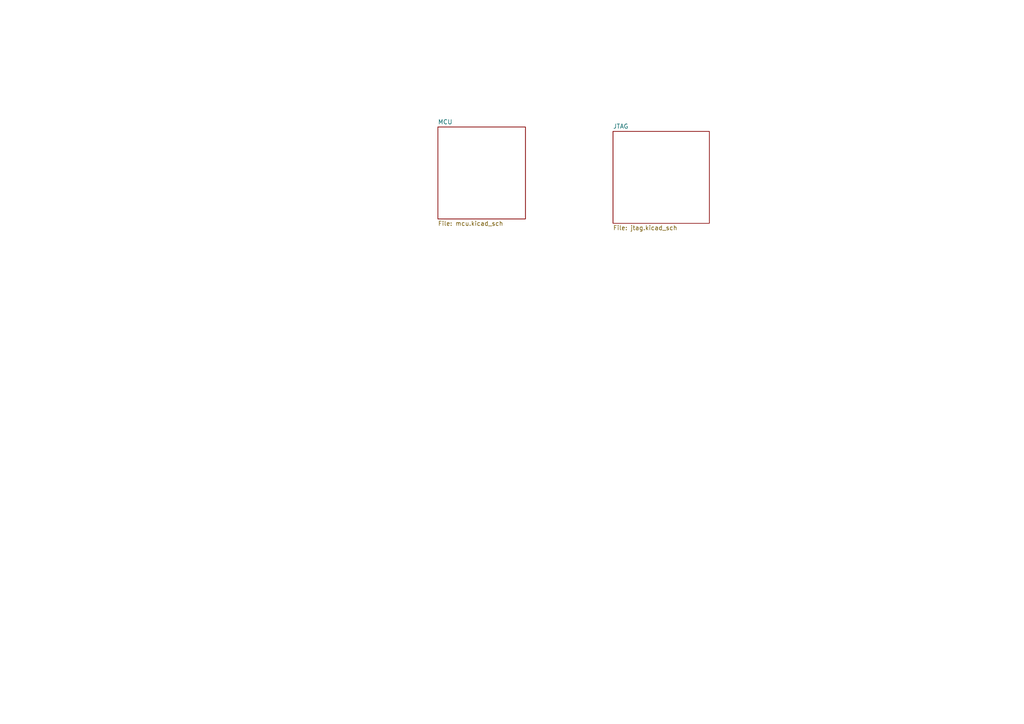
<source format=kicad_sch>
(kicad_sch
	(version 20231120)
	(generator "eeschema")
	(generator_version "8.0")
	(uuid "1ea50049-3149-4b22-8ab5-6a10eb8e519f")
	(paper "A4")
	(lib_symbols)
	(sheet
		(at 127 36.83)
		(size 25.4 26.67)
		(fields_autoplaced yes)
		(stroke
			(width 0.1524)
			(type solid)
		)
		(fill
			(color 0 0 0 0.0000)
		)
		(uuid "4d9540bb-34a5-4e40-8044-e87130a7ce60")
		(property "Sheetname" "MCU"
			(at 127 36.1184 0)
			(effects
				(font
					(size 1.27 1.27)
				)
				(justify left bottom)
			)
		)
		(property "Sheetfile" "mcu.kicad_sch"
			(at 127 64.0846 0)
			(effects
				(font
					(size 1.27 1.27)
				)
				(justify left top)
			)
		)
		(instances
			(project "rplink"
				(path "/1ea50049-3149-4b22-8ab5-6a10eb8e519f"
					(page "2")
				)
			)
		)
	)
	(sheet
		(at 177.8 38.1)
		(size 27.94 26.67)
		(fields_autoplaced yes)
		(stroke
			(width 0.1524)
			(type solid)
		)
		(fill
			(color 0 0 0 0.0000)
		)
		(uuid "fd9e3916-ffd3-4539-ae44-4c8b24ab5a10")
		(property "Sheetname" "JTAG"
			(at 177.8 37.3884 0)
			(effects
				(font
					(size 1.27 1.27)
				)
				(justify left bottom)
			)
		)
		(property "Sheetfile" "jtag.kicad_sch"
			(at 177.8 65.3546 0)
			(effects
				(font
					(size 1.27 1.27)
				)
				(justify left top)
			)
		)
		(instances
			(project "rplink"
				(path "/1ea50049-3149-4b22-8ab5-6a10eb8e519f"
					(page "3")
				)
			)
		)
	)
	(sheet_instances
		(path "/"
			(page "1")
		)
	)
)

</source>
